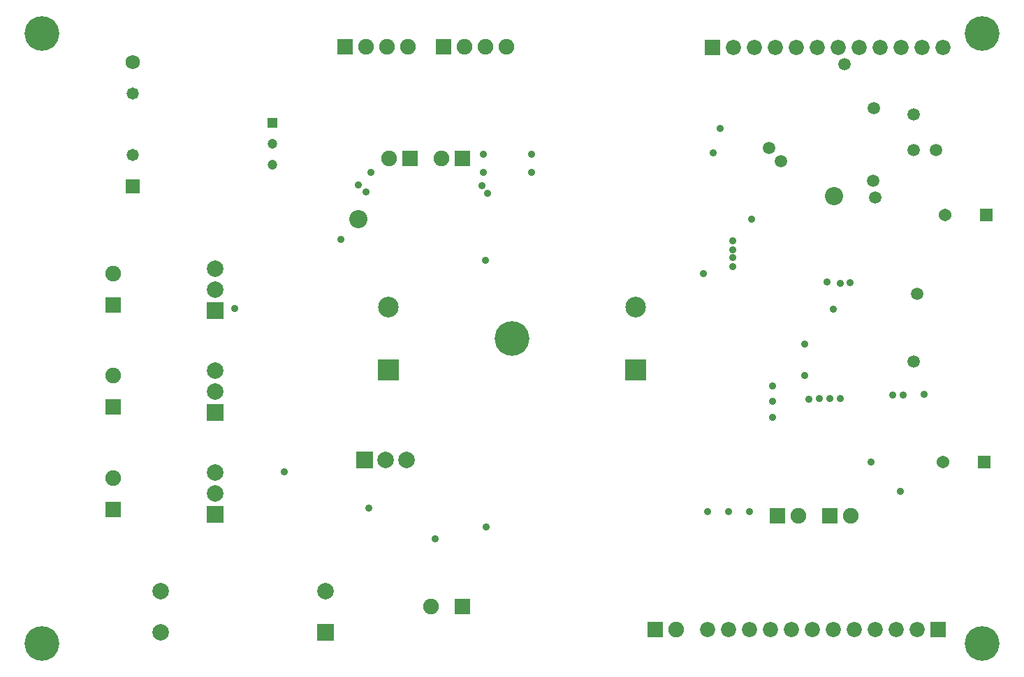
<source format=gbs>
G04*
G04 #@! TF.GenerationSoftware,Altium Limited,Altium Designer,22.7.1 (60)*
G04*
G04 Layer_Color=16711935*
%FSLAX44Y44*%
%MOMM*%
G71*
G04*
G04 #@! TF.SameCoordinates,C135ED8F-C31E-46FA-BF74-57CE0E3476C4*
G04*
G04*
G04 #@! TF.FilePolarity,Negative*
G04*
G01*
G75*
%ADD63R,2.5000X2.5000*%
%ADD64C,2.5000*%
%ADD65C,1.5406*%
%ADD66R,1.5406X1.5406*%
%ADD67C,1.2000*%
%ADD68R,1.2000X1.2000*%
%ADD69R,1.7500X1.7500*%
%ADD70C,1.7500*%
%ADD71C,1.8400*%
%ADD72R,1.8400X1.8400*%
%ADD73C,1.9032*%
%ADD74R,1.9032X1.9032*%
%ADD75R,1.9032X1.9032*%
%ADD76R,2.0000X2.0000*%
%ADD77C,2.0000*%
%ADD78R,2.0000X2.0000*%
%ADD79C,4.2032*%
%ADD80C,1.5032*%
%ADD81C,0.9032*%
%ADD82C,2.2032*%
%ADD83C,1.4732*%
D63*
X450000Y361900D02*
D03*
X750000D02*
D03*
D64*
X450000Y438100D02*
D03*
X750000D02*
D03*
D65*
X1124981Y550000D02*
D03*
X1122441Y250000D02*
D03*
D66*
X1175019Y550000D02*
D03*
X1172479Y250000D02*
D03*
D67*
X309830Y610870D02*
D03*
Y636270D02*
D03*
D68*
Y661670D02*
D03*
D69*
X140000Y585000D02*
D03*
D70*
Y735000D02*
D03*
D71*
X1122830Y753110D02*
D03*
X1097430D02*
D03*
X1072030D02*
D03*
X1046630D02*
D03*
X1021230D02*
D03*
X995830D02*
D03*
X970430D02*
D03*
X945030D02*
D03*
X919630D02*
D03*
X894230D02*
D03*
X868830D02*
D03*
X938530Y46990D02*
D03*
X836930D02*
D03*
X862330D02*
D03*
X887730D02*
D03*
X989330D02*
D03*
X1014730D02*
D03*
X1040130D02*
D03*
X1065530D02*
D03*
X1090930D02*
D03*
X963930D02*
D03*
X913130D02*
D03*
D72*
X843430Y753110D02*
D03*
X1116330Y46990D02*
D03*
D73*
X116840Y478790D02*
D03*
Y231140D02*
D03*
X501650Y74830D02*
D03*
X798830Y46990D02*
D03*
X514350Y618490D02*
D03*
X450850D02*
D03*
X947420Y185420D02*
D03*
X1010920D02*
D03*
X542290Y754380D02*
D03*
X567690D02*
D03*
X593090D02*
D03*
X422910D02*
D03*
X448310D02*
D03*
X473710D02*
D03*
X116840Y354965D02*
D03*
D74*
Y440690D02*
D03*
Y193040D02*
D03*
Y316865D02*
D03*
D75*
X539750Y74830D02*
D03*
X773430Y46990D02*
D03*
X539750Y618490D02*
D03*
X476250D02*
D03*
X922020Y185420D02*
D03*
X985520D02*
D03*
X516890Y754380D02*
D03*
X397510D02*
D03*
D76*
X239780Y434340D02*
D03*
Y310515D02*
D03*
Y186690D02*
D03*
X374320Y43580D02*
D03*
D77*
X239780Y459740D02*
D03*
Y485140D02*
D03*
Y335915D02*
D03*
Y361315D02*
D03*
Y212090D02*
D03*
Y237490D02*
D03*
X447040Y252980D02*
D03*
X472440D02*
D03*
X174320Y93580D02*
D03*
Y43580D02*
D03*
X374320Y93580D02*
D03*
D78*
X421640Y252980D02*
D03*
D79*
X1170000Y770000D02*
D03*
X30000D02*
D03*
Y30480D02*
D03*
X600000Y400000D02*
D03*
X1170000Y30000D02*
D03*
D80*
X1113790Y628650D02*
D03*
X1040130Y571500D02*
D03*
X1037590Y591820D02*
D03*
X1038860Y679450D02*
D03*
X1090930Y454660D02*
D03*
X1003300Y732790D02*
D03*
X925830Y615020D02*
D03*
X911860Y631190D02*
D03*
X1087120Y671830D02*
D03*
Y628650D02*
D03*
Y372110D02*
D03*
D81*
X1035050Y250190D02*
D03*
X506730Y157480D02*
D03*
X1010190Y467690D02*
D03*
X852170Y655320D02*
D03*
X843660Y625220D02*
D03*
X890270Y544830D02*
D03*
X998220Y467360D02*
D03*
X982040Y468690D02*
D03*
X1074420Y331470D02*
D03*
X989330Y435610D02*
D03*
X960120Y326646D02*
D03*
X915670Y342900D02*
D03*
X955040Y355600D02*
D03*
X1061720Y331470D02*
D03*
X867321Y518249D02*
D03*
X867410Y508000D02*
D03*
X867499Y497929D02*
D03*
X831850Y478790D02*
D03*
X565150Y623570D02*
D03*
Y601980D02*
D03*
X623570Y623570D02*
D03*
X567690Y495300D02*
D03*
X392430Y520700D02*
D03*
X414020Y586740D02*
D03*
X867410Y487680D02*
D03*
X915670Y323850D02*
D03*
X985600Y326970D02*
D03*
X998300D02*
D03*
X972900D02*
D03*
X915670Y304800D02*
D03*
X1099820Y332740D02*
D03*
X623570Y601980D02*
D03*
X568960Y171450D02*
D03*
X429260Y601980D02*
D03*
X422910Y577850D02*
D03*
X264160Y436880D02*
D03*
X323850Y238760D02*
D03*
X1070390Y214740D02*
D03*
X955040Y393700D02*
D03*
X887730Y190500D02*
D03*
X862330D02*
D03*
X836930D02*
D03*
X426720Y194310D02*
D03*
X563880Y585160D02*
D03*
X570230Y576580D02*
D03*
D82*
X990600Y572770D02*
D03*
X414020Y544830D02*
D03*
D83*
X140000Y697500D02*
D03*
Y622500D02*
D03*
M02*

</source>
